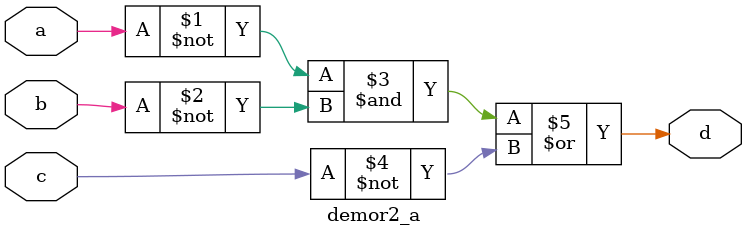
<source format=v>
`timescale 1ns / 1ps


module demor2_a(

input a,b,c,
output d
    );
    
    assign d = ((~a)&(~b))|(~c);

    
endmodule

</source>
